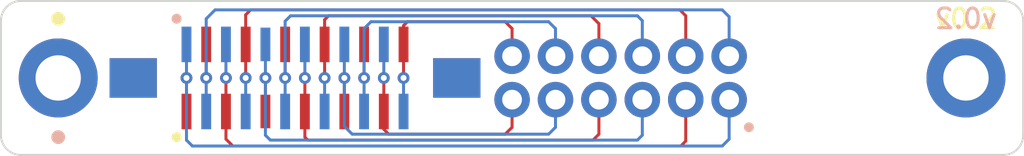
<source format=kicad_pcb>
(kicad_pcb (version 20221018) (generator pcbnew)
  (layers (0 "F.Cu" signal) (31 "B.Cu" signal) (34 "B.Paste" user) (35 "F.Paste" user) (36 "B.SilkS" user "B.Silkscreen") (37 "F.SilkS" user "F.Silkscreen") (38 "B.Mask" user) (39 "F.Mask" user) (44 "Edge.Cuts" user))
  (net 0 "")
  (net 1 "Net-(VIK_K1-3V3)")
  (net 2 "Net-(VIK_K1-GND-Pad2)")
  (net 3 "Net-(VIK_K1-SDA)")
  (net 4 "Net-(VIK_K1-SCL)")
  (net 5 "Net-(VIK_K1-RGB_IN)")
  (net 6 "Net-(VIK_K1-5V)")
  (net 7 "Net-(VIK_K1-GND-Pad7)")
  (net 8 "Net-(VIK_K1-MOSI)")
  (net 9 "Net-(VIK_K1-GPIO)")
  (net 10 "Net-(VIK_K1-CS)")
  (net 11 "Net-(VIK_K1-MISO)")
  (net 12 "Net-(VIK_K1-SCLK)")
  (footprint "zzkeeb:Connector_VIK-magnetic-keyboard" (layer "F.Cu") (at 132.083 82.516 90)
    (fp_text reference "VIK_K1" hide)
    (fp_text value "Connector_VIK-keyboard" hide)
    (fp_circle (center -2.5 6.5) (end -2.7 6.5) (stroke (width 0.1)) (fill solid) (layer "B.SilkS"))
    (fp_circle (center -2.5 6.5) (end -2.3 6.5) (stroke (width 0.1)) (fill solid) (layer "F.SilkS"))
    (pad "1" thru_hole circle (at -1.1 5.5 270) (size 1.8 1.8) (drill 1) (layers "*.Cu" "*.Mask") (net 1 "Net-(VIK_K1-3V3)"))
    (pad "2" thru_hole circle (at 1.1 5.5 270) (size 1.8 1.8) (drill 1) (layers "*.Cu" "*.Mask") (net 2 "Net-(VIK_K1-GND-Pad2)"))
    (pad "3" thru_hole circle (at -1.1 3.3 270) (size 1.8 1.8) (drill 1) (layers "*.Cu" "*.Mask") (net 3 "Net-(VIK_K1-SDA)"))
    (pad "4" thru_hole circle (at 1.1 3.3 270) (size 1.8 1.8) (drill 1) (layers "*.Cu" "*.Mask") (net 4 "Net-(VIK_K1-SCL)"))
    (pad "5" thru_hole circle (at -1.1 1.1 270) (size 1.8 1.8) (drill 1) (layers "*.Cu" "*.Mask") (net 5 "Net-(VIK_K1-RGB_IN)"))
    (pad "6" thru_hole circle (at 1.1 1.1 270) (size 1.8 1.8) (drill 1) (layers "*.Cu" "*.Mask") (net 6 "Net-(VIK_K1-5V)"))
    (pad "7" thru_hole circle (at -1.1 -1.1 270) (size 1.8 1.8) (drill 1) (layers "*.Cu" "*.Mask") (net 7 "Net-(VIK_K1-GND-Pad7)"))
    (pad "8" thru_hole circle (at 1.1 -1.1 270) (size 1.8 1.8) (drill 1) (layers "*.Cu" "*.Mask") (net 8 "Net-(VIK_K1-MOSI)"))
    (pad "9" thru_hole circle (at -1.1 -3.3 270) (size 1.8 1.8) (drill 1) (layers "*.Cu" "*.Mask") (net 9 "Net-(VIK_K1-GPIO)"))
    (pad "10" thru_hole circle (at 1.1 -3.3 270) (size 1.8 1.8) (drill 1) (layers "*.Cu" "*.Mask") (net 10 "Net-(VIK_K1-CS)"))
    (pad "11" thru_hole circle (at -1.1 -5.5 270) (size 1.8 1.8) (drill 1) (layers "*.Cu" "*.Mask") (net 11 "Net-(VIK_K1-MISO)"))
    (pad "12" thru_hole circle (at 1.1 -5.5 270) (size 1.8 1.8) (drill 1) (layers "*.Cu" "*.Mask") (net 12 "Net-(VIK_K1-SCLK)"))
  )
  (footprint "zzkeeb:Connector_FFC-12pin-1mm-vertical" (layer "F.Cu") (at 115.583 82.516 90)
    (fp_text reference "VIK_K2" hide)
    (fp_text value "Connector_VIK-keyboard" hide)
    (fp_circle (center -3 -6) (end -2.873 -6) (stroke (width 0.254)) (fill none) (layer "F.SilkS"))
    (pad "" smd rect (at 0 -8.2 90) (size 2 2.4) (layers "F.Cu" "F.Paste" "F.Mask"))
    (pad "" smd rect (at 0 8.2 90) (size 2 2.4) (layers "F.Cu" "F.Paste" "F.Mask"))
    (pad "1" smd rect (at -1.7 -5.5 90) (size 1.8 0.5) (layers "F.Cu" "F.Paste" "F.Mask") (net 1 "Net-(VIK_K1-3V3)"))
    (pad "2" smd rect (at 1.7 -4.5 90) (size 1.8 0.5) (layers "F.Cu" "F.Paste" "F.Mask") (net 2 "Net-(VIK_K1-GND-Pad2)"))
    (pad "3" smd rect (at -1.7 -3.5 90) (size 1.8 0.5) (layers "F.Cu" "F.Paste" "F.Mask") (net 3 "Net-(VIK_K1-SDA)"))
    (pad "4" smd rect (at 1.7 -2.5 90) (size 1.8 0.5) (layers "F.Cu" "F.Paste" "F.Mask") (net 4 "Net-(VIK_K1-SCL)"))
    (pad "5" smd rect (at -1.7 -1.5 90) (size 1.7 0.5) (layers "F.Cu" "F.Paste" "F.Mask") (net 5 "Net-(VIK_K1-RGB_IN)"))
    (pad "6" smd rect (at 1.7 -0.5 90) (size 1.8 0.5) (layers "F.Cu" "F.Paste" "F.Mask") (net 6 "Net-(VIK_K1-5V)"))
    (pad "7" smd rect (at -1.7 0.5 90) (size 1.8 0.5) (layers "F.Cu" "F.Paste" "F.Mask") (net 7 "Net-(VIK_K1-GND-Pad7)"))
    (pad "8" smd rect (at 1.7 1.5 90) (size 1.8 0.5) (layers "F.Cu" "F.Paste" "F.Mask") (net 8 "Net-(VIK_K1-MOSI)"))
    (pad "9" smd rect (at -1.7 2.5 90) (size 1.8 0.5) (layers "F.Cu" "F.Paste" "F.Mask") (net 9 "Net-(VIK_K1-GPIO)"))
    (pad "10" smd rect (at 1.7 3.5 90) (size 1.8 0.5) (layers "F.Cu" "F.Paste" "F.Mask") (net 10 "Net-(VIK_K1-CS)"))
    (pad "11" smd rect (at -1.7 4.5 90) (size 1.8 0.5) (layers "F.Cu" "F.Paste" "F.Mask") (net 11 "Net-(VIK_K1-MISO)"))
    (pad "12" smd rect (at 1.7 5.5 90) (size 1.8 0.5) (layers "F.Cu" "F.Paste" "F.Mask") (net 12 "Net-(VIK_K1-SCLK)"))
  )
  (footprint "zzkeeb:Hole_M2-TH" (layer "F.Cu") (at 149.583 82.516)
    (fp_text reference "H2" hide)
    (fp_text value "MountingHole" hide)
    (pad "" thru_hole circle (at 0 0) (size 4 4) (drill 2.3) (layers "*.Cu" "*.Mask"))
  )
  (footprint "zzkeeb:Hole_M2-TH" (layer "B.Cu") (at 103.583 82.516 180)
    (fp_text reference "H1" hide)
    (fp_text value "MountingHole" hide)
    (pad "" thru_hole circle (at 0 0 180) (size 4 4) (drill 2.3) (layers "*.Cu" "*.Mask"))
  )
  (footprint "zzkeeb:Connector_FFC-12pin-1mm-vertical" (layer "B.Cu") (at 115.583 82.516 -90)
    (fp_text reference "VIK_K4" hide)
    (fp_text value "Connector_VIK-keyboard" hide)
    (fp_circle (center -3 6) (end -2.873 6) (stroke (width 0.254)) (fill none) (layer "B.SilkS"))
    (pad "" smd rect (at 0 -8.2 270) (size 2 2.4) (layers "B.Cu" "B.Paste" "B.Mask"))
    (pad "" smd rect (at 0 8.2 270) (size 2 2.4) (layers "B.Cu" "B.Paste" "B.Mask"))
    (pad "1" smd rect (at -1.7 5.5 270) (size 1.8 0.5) (layers "B.Cu" "B.Paste" "B.Mask") (net 1 "Net-(VIK_K1-3V3)"))
    (pad "2" smd rect (at 1.7 4.5 270) (size 1.8 0.5) (layers "B.Cu" "B.Paste" "B.Mask") (net 2 "Net-(VIK_K1-GND-Pad2)"))
    (pad "3" smd rect (at -1.7 3.5 270) (size 1.8 0.5) (layers "B.Cu" "B.Paste" "B.Mask") (net 3 "Net-(VIK_K1-SDA)"))
    (pad "4" smd rect (at 1.7 2.5 270) (size 1.8 0.5) (layers "B.Cu" "B.Paste" "B.Mask") (net 4 "Net-(VIK_K1-SCL)"))
    (pad "5" smd rect (at -1.7 1.5 270) (size 1.7 0.5) (layers "B.Cu" "B.Paste" "B.Mask") (net 5 "Net-(VIK_K1-RGB_IN)"))
    (pad "6" smd rect (at 1.7 0.5 270) (size 1.8 0.5) (layers "B.Cu" "B.Paste" "B.Mask") (net 6 "Net-(VIK_K1-5V)"))
    (pad "7" smd rect (at -1.7 -0.5 270) (size 1.8 0.5) (layers "B.Cu" "B.Paste" "B.Mask") (net 7 "Net-(VIK_K1-GND-Pad7)"))
    (pad "8" smd rect (at 1.7 -1.5 270) (size 1.8 0.5) (layers "B.Cu" "B.Paste" "B.Mask") (net 8 "Net-(VIK_K1-MOSI)"))
    (pad "9" smd rect (at -1.7 -2.5 270) (size 1.8 0.5) (layers "B.Cu" "B.Paste" "B.Mask") (net 9 "Net-(VIK_K1-GPIO)"))
    (pad "10" smd rect (at 1.7 -3.5 270) (size 1.8 0.5) (layers "B.Cu" "B.Paste" "B.Mask") (net 10 "Net-(VIK_K1-CS)"))
    (pad "11" smd rect (at -1.7 -4.5 270) (size 1.8 0.5) (layers "B.Cu" "B.Paste" "B.Mask") (net 11 "Net-(VIK_K1-MISO)"))
    (pad "12" smd rect (at 1.7 -5.5 270) (size 1.8 0.5) (layers "B.Cu" "B.Paste" "B.Mask") (net 12 "Net-(VIK_K1-SCLK)"))
  )
  (gr_circle (center 103.583 85.516) (end 103.283 85.516) (stroke (width 0.1)) (fill solid) (layer "B.SilkS"))
  (gr_circle (center 103.583 79.516) (end 103.883 79.516) (stroke (width 0.1)) (fill solid) (layer "F.SilkS"))
  (gr_line (start 152.483 85.416) (end 152.483 79.616) (stroke (width 0.1)) (layer "Edge.Cuts"))
  (gr_arc (start 101.683 86.416) (mid 100.975893 86.123107) (end 100.683 85.416) (stroke (width 0.1)) (layer "Edge.Cuts"))
  (gr_line (start 100.683 79.616) (end 100.683 85.416) (stroke (width 0.1)) (layer "Edge.Cuts"))
  (gr_arc (start 152.483 85.416) (mid 152.190107 86.123107) (end 151.483 86.416) (stroke (width 0.1)) (layer "Edge.Cuts"))
  (gr_arc (start 100.683 79.616) (mid 100.975893 78.908893) (end 101.683 78.616) (stroke (width 0.1)) (layer "Edge.Cuts"))
  (gr_arc (start 151.483 78.616) (mid 152.190107 78.908893) (end 152.483 79.616) (stroke (width 0.1)) (layer "Edge.Cuts"))
  (gr_line (start 101.683 86.416) (end 151.483 86.416) (stroke (width 0.1)) (layer "Edge.Cuts"))
  (gr_line (start 151.483 78.616) (end 101.683 78.616) (stroke (width 0.1)) (layer "Edge.Cuts"))
  (gr_text "v0.2" (at 149.583 79.516) (layer "B.SilkS") (effects (font (size 1 1)) (justify mirror)))
  (gr_text "v0.2" (at 149.583 79.516) (layer "F.SilkS") (effects (font (size 1 1))))
  (segment (start 110.083 84.216) (end 110.083 82.516) (width 0.15) (layer "F.Cu") (net 1))
  (via (at 110.083 82.516) (size 0.6) (drill 0.3) (layers "F.Cu" "B.Cu") (net 1))
  (segment (start 110.083 82.516) (end 110.083 80.816) (width 0.15) (layer "B.Cu") (net 1))
  (segment (start 110.083 85.666) (end 110.083 82.516) (width 0.15) (layer "B.Cu") (net 1))
  (segment (start 110.383 85.966) (end 110.083 85.666) (width 0.15) (layer "B.Cu") (net 1))
  (segment (start 137.233 85.966) (end 110.383 85.966) (width 0.15) (layer "B.Cu") (net 1))
  (segment (start 137.583 83.616) (end 137.583 85.616) (width 0.15) (layer "B.Cu") (net 1))
  (segment (start 137.583 85.616) (end 137.233 85.966) (width 0.15) (layer "B.Cu") (net 1))
  (segment (start 111.083 80.816) (end 111.083 82.516) (width 0.15) (layer "F.Cu") (net 2))
  (via (at 111.083 82.516) (size 0.6) (drill 0.3) (layers "F.Cu" "B.Cu") (net 2))
  (segment (start 137.583 79.416) (end 137.233 79.066) (width 0.15) (layer "B.Cu") (net 2))
  (segment (start 137.583 81.416) (end 137.583 79.416) (width 0.15) (layer "B.Cu") (net 2))
  (segment (start 137.233 79.066) (end 111.533 79.066) (width 0.15) (layer "B.Cu") (net 2))
  (segment (start 111.083 79.516) (end 111.083 82.516) (width 0.15) (layer "B.Cu") (net 2))
  (segment (start 111.083 82.516) (end 111.083 84.216) (width 0.15) (layer "B.Cu") (net 2))
  (segment (start 111.533 79.066) (end 111.083 79.516) (width 0.15) (layer "B.Cu") (net 2))
  (segment (start 112.083 85.616) (end 112.433 85.966) (width 0.15) (layer "F.Cu") (net 3))
  (segment (start 135.383 85.716) (end 135.383 83.616) (width 0.15) (layer "F.Cu") (net 3))
  (segment (start 112.433 85.966) (end 135.133 85.966) (width 0.15) (layer "F.Cu") (net 3))
  (segment (start 135.133 85.966) (end 135.383 85.716) (width 0.15) (layer "F.Cu") (net 3))
  (segment (start 112.083 84.216) (end 112.083 85.616) (width 0.15) (layer "F.Cu") (net 3))
  (segment (start 112.083 82.516) (end 112.083 84.216) (width 0.15) (layer "F.Cu") (net 3))
  (via (at 112.083 82.516) (size 0.6) (drill 0.3) (layers "F.Cu" "B.Cu") (net 3))
  (segment (start 112.083 82.516) (end 112.083 80.816) (width 0.15) (layer "B.Cu") (net 3))
  (segment (start 113.083 80.816) (end 113.083 79.316) (width 0.15) (layer "F.Cu") (net 4))
  (segment (start 135.383 79.366) (end 135.383 81.416) (width 0.15) (layer "F.Cu") (net 4))
  (segment (start 113.083 82.516) (end 113.083 80.816) (width 0.15) (layer "F.Cu") (net 4))
  (segment (start 113.083 79.316) (end 113.333 79.066) (width 0.15) (layer "F.Cu") (net 4))
  (segment (start 135.083 79.066) (end 135.383 79.366) (width 0.15) (layer "F.Cu") (net 4))
  (segment (start 113.333 79.066) (end 135.083 79.066) (width 0.15) (layer "F.Cu") (net 4))
  (via (at 113.083 82.516) (size 0.6) (drill 0.3) (layers "F.Cu" "B.Cu") (net 4))
  (segment (start 113.083 82.516) (end 113.083 84.216) (width 0.15) (layer "B.Cu") (net 4))
  (segment (start 114.083 84.216) (end 114.083 82.516) (width 0.15) (layer "F.Cu") (net 5))
  (via (at 114.083 82.516) (size 0.6) (drill 0.3) (layers "F.Cu" "B.Cu") (net 5))
  (segment (start 132.933 85.666) (end 114.333 85.666) (width 0.15) (layer "B.Cu") (net 5))
  (segment (start 114.083 85.416) (end 114.083 82.516) (width 0.15) (layer "B.Cu") (net 5))
  (segment (start 133.183 85.416) (end 132.933 85.666) (width 0.15) (layer "B.Cu") (net 5))
  (segment (start 114.083 82.516) (end 114.083 80.816) (width 0.15) (layer "B.Cu") (net 5))
  (segment (start 114.333 85.666) (end 114.083 85.416) (width 0.15) (layer "B.Cu") (net 5))
  (segment (start 133.183 83.616) (end 133.183 85.416) (width 0.15) (layer "B.Cu") (net 5))
  (segment (start 115.083 80.816) (end 115.083 82.516) (width 0.15) (layer "F.Cu") (net 6))
  (via (at 115.083 82.516) (size 0.6) (drill 0.3) (layers "F.Cu" "B.Cu") (net 6))
  (segment (start 115.358 79.366) (end 115.083 79.641) (width 0.15) (layer "B.Cu") (net 6))
  (segment (start 133.183 81.416) (end 133.183 79.616) (width 0.15) (layer "B.Cu") (net 6))
  (segment (start 115.083 79.641) (end 115.083 82.516) (width 0.15) (layer "B.Cu") (net 6))
  (segment (start 132.933 79.366) (end 115.358 79.366) (width 0.15) (layer "B.Cu") (net 6))
  (segment (start 133.183 79.616) (end 132.933 79.366) (width 0.15) (layer "B.Cu") (net 6))
  (segment (start 115.083 82.516) (end 115.083 84.216) (width 0.15) (layer "B.Cu") (net 6))
  (segment (start 116.233 85.666) (end 130.683 85.666) (width 0.15) (layer "F.Cu") (net 7))
  (segment (start 116.083 84.216) (end 116.083 85.516) (width 0.15) (layer "F.Cu") (net 7))
  (segment (start 130.683 85.666) (end 130.983 85.366) (width 0.15) (layer "F.Cu") (net 7))
  (segment (start 116.083 85.516) (end 116.233 85.666) (width 0.15) (layer "F.Cu") (net 7))
  (segment (start 116.083 82.516) (end 116.083 84.216) (width 0.15) (layer "F.Cu") (net 7))
  (segment (start 130.983 85.366) (end 130.983 83.616) (width 0.15) (layer "F.Cu") (net 7))
  (via (at 116.083 82.516) (size 0.6) (drill 0.3) (layers "F.Cu" "B.Cu") (net 7))
  (segment (start 116.083 82.516) (end 116.083 80.816) (width 0.15) (layer "B.Cu") (net 7))
  (segment (start 117.283 79.366) (end 130.583 79.366) (width 0.15) (layer "F.Cu") (net 8))
  (segment (start 130.583 79.366) (end 130.983 79.766) (width 0.15) (layer "F.Cu") (net 8))
  (segment (start 117.083 79.566) (end 117.283 79.366) (width 0.15) (layer "F.Cu") (net 8))
  (segment (start 130.983 79.766) (end 130.983 81.416) (width 0.15) (layer "F.Cu") (net 8))
  (segment (start 117.083 80.816) (end 117.083 79.566) (width 0.15) (layer "F.Cu") (net 8))
  (segment (start 117.083 82.516) (end 117.083 80.816) (width 0.15) (layer "F.Cu") (net 8))
  (via (at 117.083 82.516) (size 0.6) (drill 0.3) (layers "F.Cu" "B.Cu") (net 8))
  (segment (start 117.083 82.516) (end 117.083 84.216) (width 0.15) (layer "B.Cu") (net 8))
  (segment (start 118.083 84.216) (end 118.083 82.516) (width 0.15) (layer "F.Cu") (net 9))
  (via (at 118.083 82.516) (size 0.6) (drill 0.3) (layers "F.Cu" "B.Cu") (net 9))
  (segment (start 118.083 82.516) (end 118.083 80.816) (width 0.15) (layer "B.Cu") (net 9))
  (segment (start 118.083 84.966) (end 118.083 82.516) (width 0.15) (layer "B.Cu") (net 9))
  (segment (start 128.783 85.016) (end 128.433 85.366) (width 0.15) (layer "B.Cu") (net 9))
  (segment (start 128.783 83.616) (end 128.783 85.016) (width 0.15) (layer "B.Cu") (net 9))
  (segment (start 118.483 85.366) (end 118.083 84.966) (width 0.15) (layer "B.Cu") (net 9))
  (segment (start 128.433 85.366) (end 118.483 85.366) (width 0.15) (layer "B.Cu") (net 9))
  (segment (start 119.083 80.816) (end 119.083 82.516) (width 0.15) (layer "F.Cu") (net 10))
  (via (at 119.083 82.516) (size 0.6) (drill 0.3) (layers "F.Cu" "B.Cu") (net 10))
  (segment (start 119.083 82.516) (end 119.083 84.216) (width 0.15) (layer "B.Cu") (net 10))
  (segment (start 128.433 79.666) (end 119.433 79.666) (width 0.15) (layer "B.Cu") (net 10))
  (segment (start 119.433 79.666) (end 119.083 80.016) (width 0.15) (layer "B.Cu") (net 10))
  (segment (start 128.783 81.416) (end 128.783 80.016) (width 0.15) (layer "B.Cu") (net 10))
  (segment (start 119.083 80.016) (end 119.083 82.516) (width 0.15) (layer "B.Cu") (net 10))
  (segment (start 128.783 80.016) (end 128.433 79.666) (width 0.15) (layer "B.Cu") (net 10))
  (segment (start 126.233 85.366) (end 126.583 85.016) (width 0.15) (layer "F.Cu") (net 11))
  (segment (start 120.083 84.216) (end 120.083 85.116) (width 0.15) (layer "F.Cu") (net 11))
  (segment (start 120.083 85.116) (end 120.333 85.366) (width 0.15) (layer "F.Cu") (net 11))
  (segment (start 126.583 85.016) (end 126.583 83.616) (width 0.15) (layer "F.Cu") (net 11))
  (segment (start 120.333 85.366) (end 126.233 85.366) (width 0.15) (layer "F.Cu") (net 11))
  (segment (start 120.083 82.516) (end 120.083 84.216) (width 0.15) (layer "F.Cu") (net 11))
  (via (at 120.083 82.516) (size 0.6) (drill 0.3) (layers "F.Cu" "B.Cu") (net 11))
  (segment (start 120.083 82.516) (end 120.083 80.816) (width 0.15) (layer "B.Cu") (net 11))
  (segment (start 126.583 80.016) (end 126.233 79.666) (width 0.15) (layer "F.Cu") (net 12))
  (segment (start 126.233 79.666) (end 121.283 79.666) (width 0.15) (layer "F.Cu") (net 12))
  (segment (start 121.283 79.666) (end 121.083 79.866) (width 0.15) (layer "F.Cu") (net 12))
  (segment (start 121.083 82.516) (end 121.083 80.816) (width 0.15) (layer "F.Cu") (net 12))
  (segment (start 121.083 79.866) (end 121.083 80.816) (width 0.15) (layer "F.Cu") (net 12))
  (segment (start 126.583 81.416) (end 126.583 80.016) (width 0.15) (layer "F.Cu") (net 12))
  (via (at 121.083 82.516) (size 0.6) (drill 0.3) (layers "F.Cu" "B.Cu") (net 12))
  (segment (start 121.083 82.516) (end 121.083 84.216) (width 0.15) (layer "B.Cu") (net 12))
)
</source>
